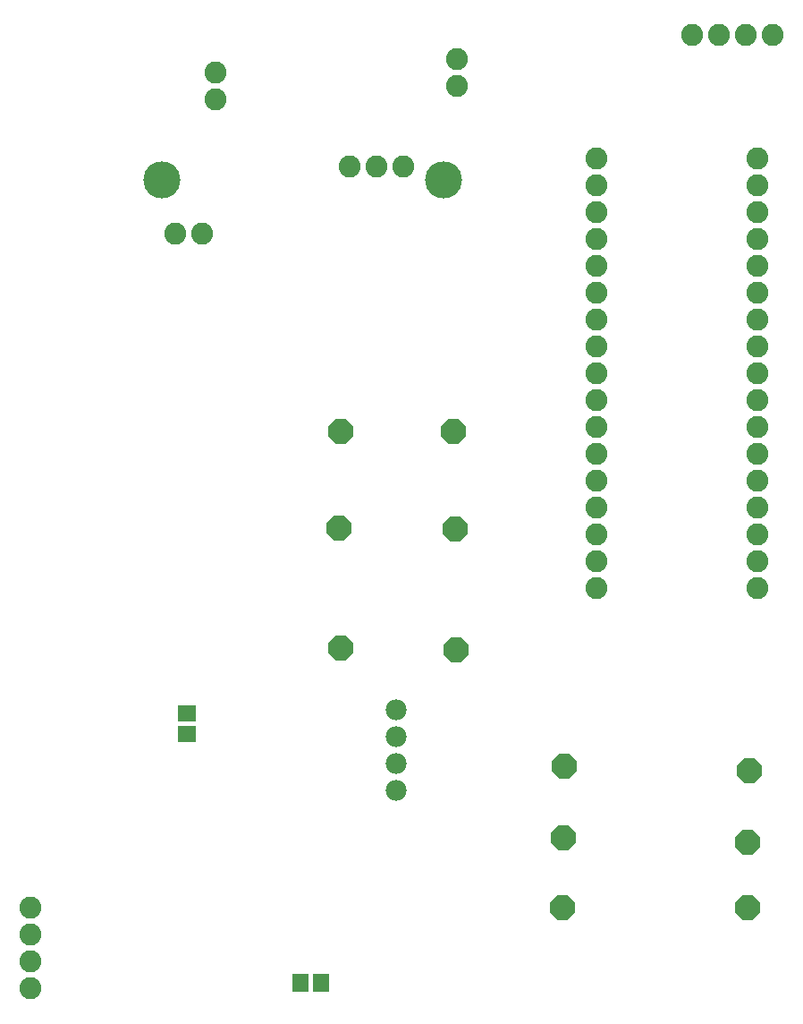
<source format=gbr>
G04 EAGLE Gerber RS-274X export*
G75*
%MOMM*%
%FSLAX34Y34*%
%LPD*%
%INSoldermask Top*%
%IPPOS*%
%AMOC8*
5,1,8,0,0,1.08239X$1,22.5*%
G01*
%ADD10C,2.082800*%
%ADD11C,1.981200*%
%ADD12C,3.505200*%
%ADD13P,2.556822X8X22.500000*%
%ADD14R,1.703200X1.503200*%
%ADD15R,1.503200X1.703200*%


D10*
X48300Y125500D03*
X48300Y100100D03*
X48300Y74700D03*
X48300Y49300D03*
D11*
X395000Y236600D03*
X395000Y262000D03*
X395000Y287400D03*
X395000Y312800D03*
D10*
X186000Y763700D03*
X211400Y763700D03*
X452700Y903400D03*
X452700Y928800D03*
X351100Y827200D03*
X376500Y827200D03*
X401900Y827200D03*
X224100Y890700D03*
X224100Y916100D03*
D12*
X440000Y814500D03*
X173300Y814500D03*
D10*
X675200Y951000D03*
X700600Y951000D03*
X726000Y951000D03*
X751400Y951000D03*
D13*
X552000Y126000D03*
X553000Y192000D03*
X554000Y260000D03*
X342000Y371000D03*
X452000Y370000D03*
X341000Y485000D03*
X451000Y484000D03*
X342000Y576000D03*
X449000Y576000D03*
X729000Y255000D03*
X728000Y126000D03*
X728000Y188000D03*
D10*
X584900Y834500D03*
X584900Y809100D03*
X584900Y783700D03*
X584900Y758300D03*
X584900Y732900D03*
X584900Y707500D03*
X584900Y682100D03*
X584900Y656700D03*
X584900Y631300D03*
X584900Y605900D03*
X584900Y580500D03*
X584900Y555100D03*
X584900Y529700D03*
X584900Y504300D03*
X584900Y478900D03*
X584900Y453500D03*
X584900Y428100D03*
X737300Y428100D03*
X737300Y453500D03*
X737300Y478900D03*
X737300Y504300D03*
X737300Y529700D03*
X737300Y555100D03*
X737300Y580500D03*
X737300Y605900D03*
X737300Y631300D03*
X737300Y656700D03*
X737300Y682100D03*
X737300Y707500D03*
X737300Y732900D03*
X737300Y758300D03*
X737300Y783700D03*
X737300Y809100D03*
X737300Y834500D03*
D14*
X197000Y290500D03*
X197000Y309500D03*
D15*
X323500Y55000D03*
X304500Y55000D03*
M02*

</source>
